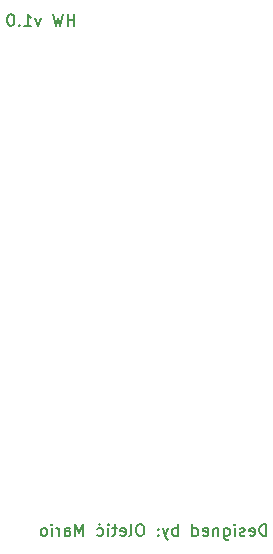
<source format=gbr>
G04 #@! TF.GenerationSoftware,KiCad,Pcbnew,(5.1.2)-2*
G04 #@! TF.CreationDate,2019-10-09T20:23:10+02:00*
G04 #@! TF.ProjectId,PIC18F47K42 MCU Card,50494331-3846-4343-974b-3432204d4355,rev?*
G04 #@! TF.SameCoordinates,Original*
G04 #@! TF.FileFunction,Legend,Bot*
G04 #@! TF.FilePolarity,Positive*
%FSLAX46Y46*%
G04 Gerber Fmt 4.6, Leading zero omitted, Abs format (unit mm)*
G04 Created by KiCad (PCBNEW (5.1.2)-2) date 2019-10-09 20:23:10*
%MOMM*%
%LPD*%
G04 APERTURE LIST*
%ADD10C,0.150000*%
G04 APERTURE END LIST*
D10*
X151399523Y-69159380D02*
X151399523Y-68159380D01*
X151399523Y-68635571D02*
X150828095Y-68635571D01*
X150828095Y-69159380D02*
X150828095Y-68159380D01*
X150447142Y-68159380D02*
X150209047Y-69159380D01*
X150018571Y-68445095D01*
X149828095Y-69159380D01*
X149590000Y-68159380D01*
X148542380Y-68492714D02*
X148304285Y-69159380D01*
X148066190Y-68492714D01*
X147161428Y-69159380D02*
X147732857Y-69159380D01*
X147447142Y-69159380D02*
X147447142Y-68159380D01*
X147542380Y-68302238D01*
X147637619Y-68397476D01*
X147732857Y-68445095D01*
X146732857Y-69064142D02*
X146685238Y-69111761D01*
X146732857Y-69159380D01*
X146780476Y-69111761D01*
X146732857Y-69064142D01*
X146732857Y-69159380D01*
X146066190Y-68159380D02*
X145970952Y-68159380D01*
X145875714Y-68207000D01*
X145828095Y-68254619D01*
X145780476Y-68349857D01*
X145732857Y-68540333D01*
X145732857Y-68778428D01*
X145780476Y-68968904D01*
X145828095Y-69064142D01*
X145875714Y-69111761D01*
X145970952Y-69159380D01*
X146066190Y-69159380D01*
X146161428Y-69111761D01*
X146209047Y-69064142D01*
X146256666Y-68968904D01*
X146304285Y-68778428D01*
X146304285Y-68540333D01*
X146256666Y-68349857D01*
X146209047Y-68254619D01*
X146161428Y-68207000D01*
X146066190Y-68159380D01*
X167638809Y-112339380D02*
X167638809Y-111339380D01*
X167400714Y-111339380D01*
X167257857Y-111387000D01*
X167162619Y-111482238D01*
X167115000Y-111577476D01*
X167067380Y-111767952D01*
X167067380Y-111910809D01*
X167115000Y-112101285D01*
X167162619Y-112196523D01*
X167257857Y-112291761D01*
X167400714Y-112339380D01*
X167638809Y-112339380D01*
X166257857Y-112291761D02*
X166353095Y-112339380D01*
X166543571Y-112339380D01*
X166638809Y-112291761D01*
X166686428Y-112196523D01*
X166686428Y-111815571D01*
X166638809Y-111720333D01*
X166543571Y-111672714D01*
X166353095Y-111672714D01*
X166257857Y-111720333D01*
X166210238Y-111815571D01*
X166210238Y-111910809D01*
X166686428Y-112006047D01*
X165829285Y-112291761D02*
X165734047Y-112339380D01*
X165543571Y-112339380D01*
X165448333Y-112291761D01*
X165400714Y-112196523D01*
X165400714Y-112148904D01*
X165448333Y-112053666D01*
X165543571Y-112006047D01*
X165686428Y-112006047D01*
X165781666Y-111958428D01*
X165829285Y-111863190D01*
X165829285Y-111815571D01*
X165781666Y-111720333D01*
X165686428Y-111672714D01*
X165543571Y-111672714D01*
X165448333Y-111720333D01*
X164972142Y-112339380D02*
X164972142Y-111672714D01*
X164972142Y-111339380D02*
X165019761Y-111387000D01*
X164972142Y-111434619D01*
X164924523Y-111387000D01*
X164972142Y-111339380D01*
X164972142Y-111434619D01*
X164067380Y-111672714D02*
X164067380Y-112482238D01*
X164114999Y-112577476D01*
X164162619Y-112625095D01*
X164257857Y-112672714D01*
X164400714Y-112672714D01*
X164495952Y-112625095D01*
X164067380Y-112291761D02*
X164162619Y-112339380D01*
X164353095Y-112339380D01*
X164448333Y-112291761D01*
X164495952Y-112244142D01*
X164543571Y-112148904D01*
X164543571Y-111863190D01*
X164495952Y-111767952D01*
X164448333Y-111720333D01*
X164353095Y-111672714D01*
X164162619Y-111672714D01*
X164067380Y-111720333D01*
X163591190Y-111672714D02*
X163591190Y-112339380D01*
X163591190Y-111767952D02*
X163543571Y-111720333D01*
X163448333Y-111672714D01*
X163305476Y-111672714D01*
X163210238Y-111720333D01*
X163162619Y-111815571D01*
X163162619Y-112339380D01*
X162305476Y-112291761D02*
X162400714Y-112339380D01*
X162591190Y-112339380D01*
X162686428Y-112291761D01*
X162734047Y-112196523D01*
X162734047Y-111815571D01*
X162686428Y-111720333D01*
X162591190Y-111672714D01*
X162400714Y-111672714D01*
X162305476Y-111720333D01*
X162257857Y-111815571D01*
X162257857Y-111910809D01*
X162734047Y-112006047D01*
X161400714Y-112339380D02*
X161400714Y-111339380D01*
X161400714Y-112291761D02*
X161495952Y-112339380D01*
X161686428Y-112339380D01*
X161781666Y-112291761D01*
X161829285Y-112244142D01*
X161876904Y-112148904D01*
X161876904Y-111863190D01*
X161829285Y-111767952D01*
X161781666Y-111720333D01*
X161686428Y-111672714D01*
X161495952Y-111672714D01*
X161400714Y-111720333D01*
X160162619Y-112339380D02*
X160162619Y-111339380D01*
X160162619Y-111720333D02*
X160067380Y-111672714D01*
X159876904Y-111672714D01*
X159781666Y-111720333D01*
X159734047Y-111767952D01*
X159686428Y-111863190D01*
X159686428Y-112148904D01*
X159734047Y-112244142D01*
X159781666Y-112291761D01*
X159876904Y-112339380D01*
X160067380Y-112339380D01*
X160162619Y-112291761D01*
X159353095Y-111672714D02*
X159115000Y-112339380D01*
X158876904Y-111672714D02*
X159115000Y-112339380D01*
X159210238Y-112577476D01*
X159257857Y-112625095D01*
X159353095Y-112672714D01*
X158495952Y-112244142D02*
X158448333Y-112291761D01*
X158495952Y-112339380D01*
X158543571Y-112291761D01*
X158495952Y-112244142D01*
X158495952Y-112339380D01*
X158495952Y-111720333D02*
X158448333Y-111767952D01*
X158495952Y-111815571D01*
X158543571Y-111767952D01*
X158495952Y-111720333D01*
X158495952Y-111815571D01*
X157067380Y-111339380D02*
X156876904Y-111339380D01*
X156781666Y-111387000D01*
X156686428Y-111482238D01*
X156638809Y-111672714D01*
X156638809Y-112006047D01*
X156686428Y-112196523D01*
X156781666Y-112291761D01*
X156876904Y-112339380D01*
X157067380Y-112339380D01*
X157162619Y-112291761D01*
X157257857Y-112196523D01*
X157305476Y-112006047D01*
X157305476Y-111672714D01*
X157257857Y-111482238D01*
X157162619Y-111387000D01*
X157067380Y-111339380D01*
X156067380Y-112339380D02*
X156162619Y-112291761D01*
X156210238Y-112196523D01*
X156210238Y-111339380D01*
X155305476Y-112291761D02*
X155400714Y-112339380D01*
X155591190Y-112339380D01*
X155686428Y-112291761D01*
X155734047Y-112196523D01*
X155734047Y-111815571D01*
X155686428Y-111720333D01*
X155591190Y-111672714D01*
X155400714Y-111672714D01*
X155305476Y-111720333D01*
X155257857Y-111815571D01*
X155257857Y-111910809D01*
X155734047Y-112006047D01*
X154972142Y-111672714D02*
X154591190Y-111672714D01*
X154829285Y-111339380D02*
X154829285Y-112196523D01*
X154781666Y-112291761D01*
X154686428Y-112339380D01*
X154591190Y-112339380D01*
X154257857Y-112339380D02*
X154257857Y-111672714D01*
X154257857Y-111339380D02*
X154305476Y-111387000D01*
X154257857Y-111434619D01*
X154210238Y-111387000D01*
X154257857Y-111339380D01*
X154257857Y-111434619D01*
X153353095Y-112291761D02*
X153448333Y-112339380D01*
X153638809Y-112339380D01*
X153734047Y-112291761D01*
X153781666Y-112244142D01*
X153829285Y-112148904D01*
X153829285Y-111863190D01*
X153781666Y-111767952D01*
X153734047Y-111720333D01*
X153638809Y-111672714D01*
X153448333Y-111672714D01*
X153353095Y-111720333D01*
X153448333Y-111291761D02*
X153591190Y-111434619D01*
X152162619Y-112339380D02*
X152162619Y-111339380D01*
X151829285Y-112053666D01*
X151495952Y-111339380D01*
X151495952Y-112339380D01*
X150591190Y-112339380D02*
X150591190Y-111815571D01*
X150638809Y-111720333D01*
X150734047Y-111672714D01*
X150924523Y-111672714D01*
X151019761Y-111720333D01*
X150591190Y-112291761D02*
X150686428Y-112339380D01*
X150924523Y-112339380D01*
X151019761Y-112291761D01*
X151067380Y-112196523D01*
X151067380Y-112101285D01*
X151019761Y-112006047D01*
X150924523Y-111958428D01*
X150686428Y-111958428D01*
X150591190Y-111910809D01*
X150115000Y-112339380D02*
X150115000Y-111672714D01*
X150115000Y-111863190D02*
X150067380Y-111767952D01*
X150019761Y-111720333D01*
X149924523Y-111672714D01*
X149829285Y-111672714D01*
X149495952Y-112339380D02*
X149495952Y-111672714D01*
X149495952Y-111339380D02*
X149543571Y-111387000D01*
X149495952Y-111434619D01*
X149448333Y-111387000D01*
X149495952Y-111339380D01*
X149495952Y-111434619D01*
X148876904Y-112339380D02*
X148972142Y-112291761D01*
X149019761Y-112244142D01*
X149067380Y-112148904D01*
X149067380Y-111863190D01*
X149019761Y-111767952D01*
X148972142Y-111720333D01*
X148876904Y-111672714D01*
X148734047Y-111672714D01*
X148638809Y-111720333D01*
X148591190Y-111767952D01*
X148543571Y-111863190D01*
X148543571Y-112148904D01*
X148591190Y-112244142D01*
X148638809Y-112291761D01*
X148734047Y-112339380D01*
X148876904Y-112339380D01*
M02*

</source>
